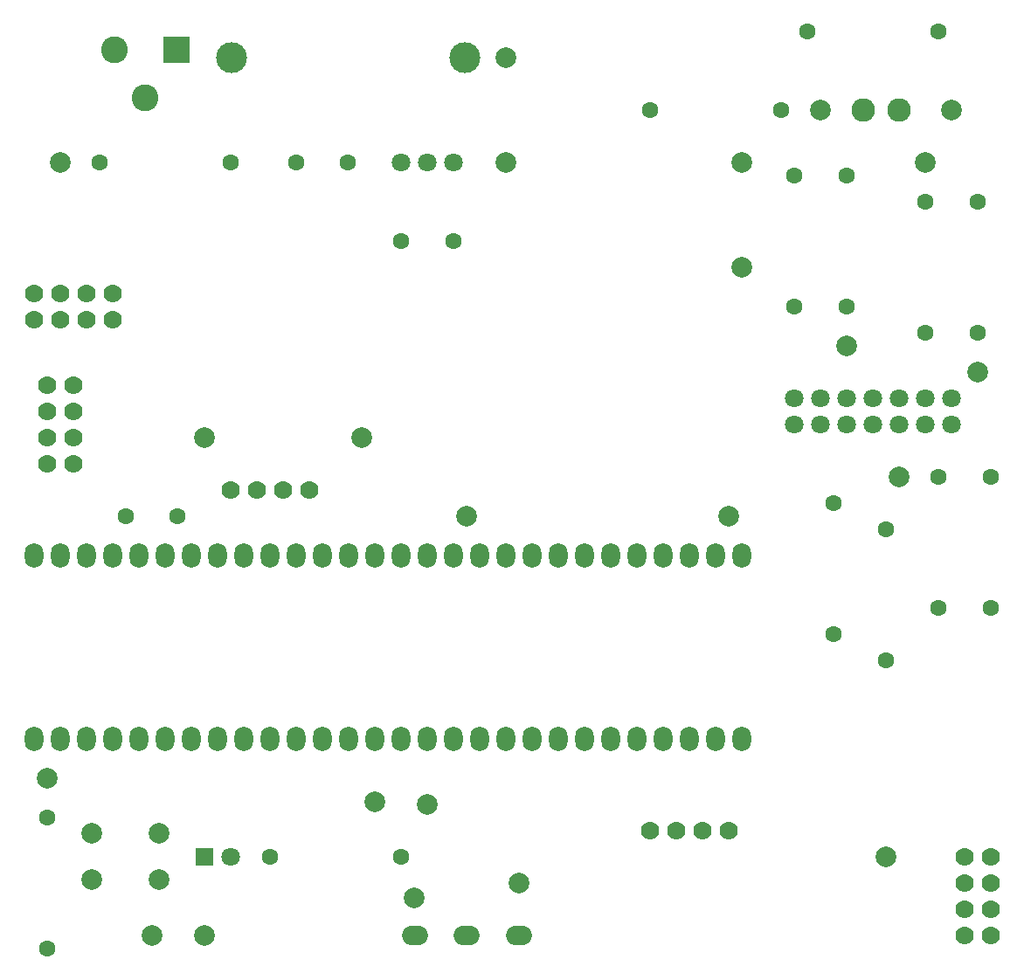
<source format=gbr>
%TF.GenerationSoftware,KiCad,Pcbnew,9.0.4*%
%TF.CreationDate,2025-12-08T22:09:47-07:00*%
%TF.ProjectId,Individual-subsystem,496e6469-7669-4647-9561-6c2d73756273,rev?*%
%TF.SameCoordinates,Original*%
%TF.FileFunction,Soldermask,Bot*%
%TF.FilePolarity,Negative*%
%FSLAX46Y46*%
G04 Gerber Fmt 4.6, Leading zero omitted, Abs format (unit mm)*
G04 Created by KiCad (PCBNEW 9.0.4) date 2025-12-08 22:09:47*
%MOMM*%
%LPD*%
G01*
G04 APERTURE LIST*
%ADD10C,2.000000*%
%ADD11C,1.600000*%
%ADD12R,2.600000X2.600000*%
%ADD13C,2.600000*%
%ADD14C,1.778000*%
%ADD15O,1.800000X2.400000*%
%ADD16C,1.800000*%
%ADD17R,1.800000X1.800000*%
%ADD18C,3.000000*%
%ADD19C,2.286000*%
%ADD20O,2.500000X1.900000*%
G04 APERTURE END LIST*
D10*
%TO.C,J3*%
X151130000Y-59690000D03*
%TD*%
%TO.C,J20*%
X191770000Y-69850000D03*
%TD*%
D11*
%TO.C,R12*%
X198120000Y-100330000D03*
X198120000Y-113030000D03*
%TD*%
D12*
%TO.C,J1*%
X119230000Y-58940000D03*
D13*
X113230000Y-58940000D03*
X116230000Y-63640000D03*
%TD*%
D10*
%TO.C,J7*%
X121920000Y-96520000D03*
%TD*%
%TO.C,J24*%
X142282441Y-141146585D03*
%TD*%
D11*
%TO.C,R7*%
X177800000Y-64770000D03*
X165100000Y-64770000D03*
%TD*%
%TO.C,R1*%
X124460000Y-69850000D03*
X111760000Y-69850000D03*
%TD*%
D10*
%TO.C,J6*%
X151130000Y-69850000D03*
%TD*%
D11*
%TO.C,R10*%
X193040000Y-57150000D03*
X180340000Y-57150000D03*
%TD*%
%TO.C,C3*%
X119300000Y-104140000D03*
X114300000Y-104140000D03*
%TD*%
%TO.C,R2*%
X106680000Y-133350000D03*
X106680000Y-146050000D03*
%TD*%
D10*
%TO.C,J21*%
X196850000Y-90170000D03*
%TD*%
%TO.C,J10*%
X116840000Y-144780000D03*
%TD*%
D14*
%TO.C,J29*%
X132080000Y-101600000D03*
X129540000Y-101600000D03*
X127000000Y-101600000D03*
X124460000Y-101600000D03*
%TD*%
D10*
%TO.C,SW1*%
X117550000Y-139410000D03*
X111050000Y-139410000D03*
X117550000Y-134910000D03*
X111050000Y-134910000D03*
%TD*%
D15*
%TO.C,U2*%
X105410000Y-125730000D03*
X107950000Y-125730000D03*
X110490000Y-125730000D03*
X113030000Y-125730000D03*
X115570000Y-125730000D03*
X118110000Y-125730000D03*
X120650000Y-125730000D03*
X123190000Y-125730000D03*
X125730000Y-125730000D03*
X128270000Y-125730000D03*
X130810000Y-125730000D03*
X133350000Y-125730000D03*
X135890000Y-125730000D03*
X138430000Y-125730000D03*
X140970000Y-125730000D03*
X143510000Y-125730000D03*
X146050000Y-125730000D03*
X148590000Y-125730000D03*
X151130000Y-125730000D03*
X153670000Y-125730000D03*
X156210000Y-125730000D03*
X158750000Y-125730000D03*
X161290000Y-125730000D03*
X163830000Y-125730000D03*
X166370000Y-125730000D03*
X168910000Y-125730000D03*
X171450000Y-125730000D03*
X173990000Y-125730000D03*
X173990000Y-107950000D03*
X171450000Y-107950000D03*
X168910000Y-107950000D03*
X166370000Y-107950000D03*
X163830000Y-107950000D03*
X161290000Y-107950000D03*
X158750000Y-107950000D03*
X156210000Y-107950000D03*
X153670000Y-107950000D03*
X151130000Y-107950000D03*
X148590000Y-107950000D03*
X146050000Y-107950000D03*
X143510000Y-107950000D03*
X140970000Y-107950000D03*
X138430000Y-107950000D03*
X135890000Y-107950000D03*
X133350000Y-107950000D03*
X130810000Y-107950000D03*
X128270000Y-107950000D03*
X125730000Y-107950000D03*
X123190000Y-107950000D03*
X120650000Y-107950000D03*
X118110000Y-107950000D03*
X115570000Y-107950000D03*
X113030000Y-107950000D03*
X110490000Y-107950000D03*
X107950000Y-107950000D03*
X105410000Y-107950000D03*
%TD*%
D16*
%TO.C,U3*%
X194310000Y-92710000D03*
X191770000Y-92710000D03*
X189230000Y-92710000D03*
X186690000Y-92710000D03*
X184150000Y-92710000D03*
X181610000Y-92710000D03*
X179070000Y-92710000D03*
X179070000Y-95250000D03*
X181610000Y-95250000D03*
X184150000Y-95250000D03*
X186690000Y-95250000D03*
X189230000Y-95250000D03*
X191770000Y-95250000D03*
X194310000Y-95250000D03*
%TD*%
D10*
%TO.C,J9*%
X137160000Y-96520000D03*
%TD*%
%TO.C,J19*%
X181610000Y-64770000D03*
%TD*%
%TO.C,J22*%
X143555297Y-132080000D03*
%TD*%
D11*
%TO.C,R14*%
X187960000Y-105410000D03*
X187960000Y-118110000D03*
%TD*%
D16*
%TO.C,U1*%
X140970000Y-69850000D03*
X143510000Y-69850000D03*
X146050000Y-69850000D03*
%TD*%
D14*
%TO.C,J13*%
X106680000Y-91440000D03*
X109220000Y-91440000D03*
X106680000Y-93980000D03*
X109220000Y-93980000D03*
X106680000Y-96520000D03*
X109220000Y-96520000D03*
X106680000Y-99060000D03*
X109220000Y-99060000D03*
%TD*%
D11*
%TO.C,C2*%
X146050000Y-77470000D03*
X141050000Y-77470000D03*
%TD*%
D17*
%TO.C,D1*%
X121920000Y-137160000D03*
D16*
X124460000Y-137160000D03*
%TD*%
D10*
%TO.C,J2*%
X107950000Y-69850000D03*
%TD*%
D18*
%TO.C,F1*%
X147190000Y-59690000D03*
X124590000Y-59690000D03*
%TD*%
D10*
%TO.C,J15*%
X138430000Y-131867548D03*
%TD*%
D19*
%TO.C,R6*%
X189230000Y-64770000D03*
X185830000Y-64770000D03*
%TD*%
D11*
%TO.C,R9*%
X196850000Y-86360000D03*
X196850000Y-73660000D03*
%TD*%
D10*
%TO.C,J12*%
X106680000Y-129540000D03*
%TD*%
D14*
%TO.C,J28*%
X105410000Y-85095000D03*
X105410000Y-82555000D03*
X107950000Y-85095000D03*
X107950000Y-82555000D03*
X110490000Y-85095000D03*
X110490000Y-82555000D03*
X113030000Y-85095000D03*
X113030000Y-82555000D03*
%TD*%
D11*
%TO.C,R11*%
X193040000Y-100330000D03*
X193040000Y-113030000D03*
%TD*%
D10*
%TO.C,J16*%
X121920000Y-144780000D03*
%TD*%
%TO.C,J26*%
X173990000Y-80010000D03*
%TD*%
%TO.C,J5*%
X187960000Y-137160000D03*
%TD*%
D14*
%TO.C,J4*%
X195580000Y-137160000D03*
X198120000Y-137160000D03*
X195580000Y-139700000D03*
X198120000Y-139700000D03*
X195580000Y-142240000D03*
X198120000Y-142240000D03*
X195580000Y-144780000D03*
X198120000Y-144780000D03*
%TD*%
D10*
%TO.C,J18*%
X194310000Y-64770000D03*
%TD*%
%TO.C,J27*%
X189230000Y-100330000D03*
%TD*%
%TO.C,J17*%
X184150000Y-87630000D03*
%TD*%
D11*
%TO.C,R3*%
X128270000Y-137160000D03*
X140970000Y-137160000D03*
%TD*%
%TO.C,R5*%
X179070000Y-71120000D03*
X179070000Y-83820000D03*
%TD*%
D10*
%TO.C,J14*%
X147320000Y-104140000D03*
%TD*%
D11*
%TO.C,C1*%
X135810000Y-69850000D03*
X130810000Y-69850000D03*
%TD*%
D10*
%TO.C,J23*%
X152400000Y-139700000D03*
%TD*%
%TO.C,J11*%
X172720000Y-104140000D03*
%TD*%
D14*
%TO.C,J8*%
X172720000Y-134620000D03*
X170180000Y-134620000D03*
X167640000Y-134620000D03*
X165100000Y-134620000D03*
%TD*%
D20*
%TO.C,RV1*%
X142400000Y-144780000D03*
X147400000Y-144780000D03*
X152400000Y-144780000D03*
%TD*%
D10*
%TO.C,J25*%
X173990000Y-69850000D03*
%TD*%
D11*
%TO.C,R4*%
X184150000Y-83820000D03*
X184150000Y-71120000D03*
%TD*%
%TO.C,R13*%
X182880000Y-102870000D03*
X182880000Y-115570000D03*
%TD*%
%TO.C,R8*%
X191770000Y-73660000D03*
X191770000Y-86360000D03*
%TD*%
M02*

</source>
